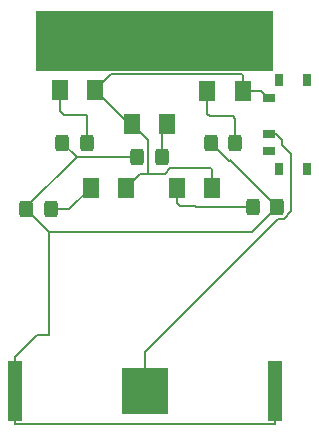
<source format=gbr>
%TF.GenerationSoftware,KiCad,Pcbnew,9.0.2*%
%TF.CreationDate,2025-10-05T19:09:32-07:00*%
%TF.ProjectId,PumpkinPCB,50756d70-6b69-46e5-9043-422e6b696361,rev?*%
%TF.SameCoordinates,Original*%
%TF.FileFunction,Copper,L2,Bot*%
%TF.FilePolarity,Positive*%
%FSLAX46Y46*%
G04 Gerber Fmt 4.6, Leading zero omitted, Abs format (unit mm)*
G04 Created by KiCad (PCBNEW 9.0.2) date 2025-10-05 19:09:32*
%MOMM*%
%LPD*%
G01*
G04 APERTURE LIST*
G04 Aperture macros list*
%AMRoundRect*
0 Rectangle with rounded corners*
0 $1 Rounding radius*
0 $2 $3 $4 $5 $6 $7 $8 $9 X,Y pos of 4 corners*
0 Add a 4 corners polygon primitive as box body*
4,1,4,$2,$3,$4,$5,$6,$7,$8,$9,$2,$3,0*
0 Add four circle primitives for the rounded corners*
1,1,$1+$1,$2,$3*
1,1,$1+$1,$4,$5*
1,1,$1+$1,$6,$7*
1,1,$1+$1,$8,$9*
0 Add four rect primitives between the rounded corners*
20,1,$1+$1,$2,$3,$4,$5,0*
20,1,$1+$1,$4,$5,$6,$7,0*
20,1,$1+$1,$6,$7,$8,$9,0*
20,1,$1+$1,$8,$9,$2,$3,0*%
G04 Aperture macros list end*
%TA.AperFunction,NonConductor*%
%ADD10C,0.100000*%
%TD*%
%TA.AperFunction,SMDPad,CuDef*%
%ADD11R,3.960000X3.960000*%
%TD*%
%TA.AperFunction,SMDPad,CuDef*%
%ADD12R,1.270000X5.080000*%
%TD*%
%TA.AperFunction,SMDPad,CuDef*%
%ADD13RoundRect,0.250001X-0.462499X-0.624999X0.462499X-0.624999X0.462499X0.624999X-0.462499X0.624999X0*%
%TD*%
%TA.AperFunction,SMDPad,CuDef*%
%ADD14RoundRect,0.250000X0.325000X0.450000X-0.325000X0.450000X-0.325000X-0.450000X0.325000X-0.450000X0*%
%TD*%
%TA.AperFunction,SMDPad,CuDef*%
%ADD15RoundRect,0.250000X-0.325000X-0.450000X0.325000X-0.450000X0.325000X0.450000X-0.325000X0.450000X0*%
%TD*%
%TA.AperFunction,SMDPad,CuDef*%
%ADD16RoundRect,0.250001X0.462499X0.624999X-0.462499X0.624999X-0.462499X-0.624999X0.462499X-0.624999X0*%
%TD*%
%TA.AperFunction,SMDPad,CuDef*%
%ADD17R,0.800000X1.000000*%
%TD*%
%TA.AperFunction,SMDPad,CuDef*%
%ADD18R,1.100000X0.700000*%
%TD*%
%TA.AperFunction,Conductor*%
%ADD19C,0.200000*%
%TD*%
G04 APERTURE END LIST*
D10*
X134337751Y-79440502D02*
X154337751Y-79440502D01*
X154337751Y-84440502D01*
X134337751Y-84440502D01*
X134337751Y-79440502D01*
%TA.AperFunction,NonConductor*%
G36*
X134337751Y-79440502D02*
G01*
X154337751Y-79440502D01*
X154337751Y-84440502D01*
X134337751Y-84440502D01*
X134337751Y-79440502D01*
G37*
%TD.AperFunction*%
D11*
%TO.P,BT1,N*%
%TO.N,Net-(BT1-PadN)*%
X143537800Y-111640500D03*
D12*
%TO.P,BT1,P1*%
%TO.N,Net-(BT1-PadP1)*%
X154522800Y-111640500D03*
%TO.P,BT1,P2*%
X132552800Y-111640500D03*
%TD*%
D13*
%TO.P,D2,2,A*%
%TO.N,Net-(D1-A)*%
X139337800Y-86140500D03*
%TO.P,D2,1,K*%
%TO.N,Net-(D2-K)*%
X136362800Y-86140500D03*
%TD*%
D14*
%TO.P,R3,1*%
%TO.N,Net-(D3-K)*%
X144962800Y-91840500D03*
%TO.P,R3,2*%
%TO.N,Net-(BT1-PadP1)*%
X142912800Y-91840500D03*
%TD*%
D13*
%TO.P,D5,1,K*%
%TO.N,Net-(D5-K)*%
X138937800Y-94440500D03*
%TO.P,D5,2,A*%
%TO.N,Net-(D1-A)*%
X141912800Y-94440500D03*
%TD*%
D14*
%TO.P,R5,1*%
%TO.N,Net-(D5-K)*%
X135562800Y-96240500D03*
%TO.P,R5,2*%
%TO.N,Net-(BT1-PadP1)*%
X133512800Y-96240500D03*
%TD*%
%TO.P,R2,1*%
%TO.N,Net-(D2-K)*%
X138612800Y-90640500D03*
%TO.P,R2,2*%
%TO.N,Net-(BT1-PadP1)*%
X136562800Y-90640500D03*
%TD*%
D13*
%TO.P,D4,1,K*%
%TO.N,Net-(D4-K)*%
X146250300Y-94440500D03*
%TO.P,D4,2,A*%
%TO.N,Net-(D1-A)*%
X149225300Y-94440500D03*
%TD*%
%TO.P,D1,1,K*%
%TO.N,Net-(D1-K)*%
X148837800Y-86240500D03*
%TO.P,D1,2,A*%
%TO.N,Net-(D1-A)*%
X151812800Y-86240500D03*
%TD*%
D14*
%TO.P,R1,1*%
%TO.N,Net-(D1-K)*%
X151212800Y-90640500D03*
%TO.P,R1,2*%
%TO.N,Net-(BT1-PadP1)*%
X149162800Y-90640500D03*
%TD*%
D15*
%TO.P,R4,1*%
%TO.N,Net-(D4-K)*%
X152687800Y-96040500D03*
%TO.P,R4,2*%
%TO.N,Net-(BT1-PadP1)*%
X154737800Y-96040500D03*
%TD*%
D16*
%TO.P,D3,1,K*%
%TO.N,Net-(D3-K)*%
X145425300Y-89040500D03*
%TO.P,D3,2,A*%
%TO.N,Net-(D1-A)*%
X142450300Y-89040500D03*
%TD*%
D17*
%TO.P,S1,Z4*%
%TO.N,N/C*%
X154930000Y-92860000D03*
%TO.P,S1,Z3*%
X154930000Y-85360000D03*
%TO.P,S1,Z2*%
X157230000Y-85360000D03*
%TO.P,S1,Z1*%
X157230000Y-92860000D03*
D18*
%TO.P,S1,3*%
%TO.N,unconnected-(S1-Pad3)*%
X154030000Y-91360000D03*
%TO.P,S1,2*%
%TO.N,Net-(BT1-PadN)*%
X154030000Y-89860000D03*
%TO.P,S1,1*%
%TO.N,Net-(D1-A)*%
X154030000Y-86860000D03*
%TD*%
D19*
%TO.N,Net-(BT1-PadN)*%
X155900000Y-92776000D02*
X155900000Y-91510000D01*
X155139500Y-90802285D02*
X155139500Y-90390500D01*
X155910300Y-92786300D02*
X155900000Y-92776000D01*
X155900000Y-91510000D02*
X155847215Y-91510000D01*
X155847215Y-91510000D02*
X155139500Y-90802285D01*
X155139500Y-90390500D02*
X154609000Y-89860000D01*
X154609000Y-89860000D02*
X154030000Y-89860000D01*
%TO.N,Net-(D1-A)*%
X151812800Y-86240500D02*
X153410500Y-86240500D01*
X153410500Y-86240500D02*
X154030000Y-86860000D01*
X149225300Y-94440500D02*
X149225300Y-92925300D01*
X149100000Y-92800000D02*
X145700000Y-92800000D01*
X149225300Y-92925300D02*
X149100000Y-92800000D01*
X145700000Y-92800000D02*
X145253600Y-93246400D01*
X145253600Y-93246400D02*
X143796300Y-93246400D01*
%TO.N,Net-(D4-K)*%
X146250300Y-95700300D02*
X146550000Y-96000000D01*
X147809800Y-96000000D02*
X147850300Y-96040500D01*
X146250300Y-94440500D02*
X146250300Y-95700300D01*
X146550000Y-96000000D02*
X147809800Y-96000000D01*
%TO.N,Net-(D1-A)*%
X139337800Y-86140500D02*
X140678300Y-84800000D01*
X140678300Y-84800000D02*
X151700000Y-84800000D01*
X151700000Y-84800000D02*
X151812800Y-84912800D01*
X151812800Y-84912800D02*
X151812800Y-86240500D01*
%TO.N,Net-(D1-K)*%
X148837800Y-88187800D02*
X149050000Y-88400000D01*
X148837800Y-86240500D02*
X148837800Y-88187800D01*
X150997300Y-88400000D02*
X151212800Y-88615500D01*
X149050000Y-88400000D02*
X150997300Y-88400000D01*
%TO.N,Net-(D2-K)*%
X136362800Y-87962800D02*
X136700000Y-88300000D01*
X136362800Y-86140500D02*
X136362800Y-87962800D01*
X138522300Y-88300000D02*
X138612800Y-88390500D01*
X136700000Y-88300000D02*
X138522300Y-88300000D01*
%TO.N,Net-(D5-K)*%
X137137800Y-96240500D02*
X138937800Y-94440500D01*
X135562800Y-96240500D02*
X137137800Y-96240500D01*
%TO.N,Net-(D4-K)*%
X147850300Y-96040500D02*
X152687800Y-96040500D01*
%TO.N,Net-(D3-K)*%
X144962800Y-89503000D02*
X144962800Y-91840500D01*
X145425300Y-89040500D02*
X144962800Y-89503000D01*
%TO.N,Net-(D2-K)*%
X138612800Y-90640500D02*
X138612800Y-88390500D01*
%TO.N,Net-(BT1-PadP1)*%
X137762800Y-91840500D02*
X136562800Y-90640500D01*
X133512800Y-96090500D02*
X133512800Y-96240500D01*
X137762800Y-91840500D02*
X133512800Y-96090500D01*
X132552800Y-111640500D02*
X132552800Y-108798800D01*
X137762800Y-91840500D02*
X142912800Y-91840500D01*
X154737800Y-96040500D02*
X150751400Y-92054100D01*
X150663900Y-92141600D02*
X149162800Y-90640500D01*
X150663900Y-92141600D02*
X150751400Y-92054100D01*
X132552800Y-108798800D02*
X134403200Y-106948400D01*
X134403200Y-106948400D02*
X134444500Y-106948400D01*
X134444500Y-106948400D02*
X135446300Y-106948400D01*
X152604300Y-98174000D02*
X154737800Y-96040500D01*
X135446300Y-98174000D02*
X152604300Y-98174000D01*
X135446300Y-106948400D02*
X135446300Y-98174000D01*
X135446300Y-98174000D02*
X133512800Y-96240500D01*
%TO.N,Net-(BT1-PadN)*%
X143537800Y-108321500D02*
X143537800Y-111640500D01*
X154811400Y-97047900D02*
X143537800Y-108321500D01*
X155310300Y-97047900D02*
X154811400Y-97047900D01*
X155910300Y-96447900D02*
X155310300Y-97047900D01*
X155910300Y-92786300D02*
X155910300Y-96447900D01*
%TO.N,Net-(D1-K)*%
X151212800Y-90640500D02*
X151212800Y-88615500D01*
%TO.N,Net-(D1-A)*%
X142237800Y-89040500D02*
X139337800Y-86140500D01*
X142450300Y-89040500D02*
X142237800Y-89040500D01*
X143106900Y-93246400D02*
X141912800Y-94440500D01*
X143796300Y-93246400D02*
X143106900Y-93246400D01*
X143796300Y-90386500D02*
X142450300Y-89040500D01*
X143796300Y-93246400D02*
X143796300Y-90386500D01*
%TO.N,Net-(BT1-PadP1)*%
X132552800Y-113061300D02*
X132552800Y-111640500D01*
X154522800Y-111640500D02*
X154522800Y-114482200D01*
X132552800Y-113061300D02*
X132552800Y-114482200D01*
X132552800Y-114482200D02*
X154522800Y-114482200D01*
%TD*%
M02*

</source>
